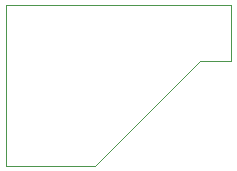
<source format=gbr>
%TF.GenerationSoftware,KiCad,Pcbnew,8.0.1*%
%TF.CreationDate,2024-08-05T21:00:00+12:00*%
%TF.ProjectId,QWIIC STM32 breakout,51574949-4320-4535-944d-333220627265,rev?*%
%TF.SameCoordinates,Original*%
%TF.FileFunction,Profile,NP*%
%FSLAX46Y46*%
G04 Gerber Fmt 4.6, Leading zero omitted, Abs format (unit mm)*
G04 Created by KiCad (PCBNEW 8.0.1) date 2024-08-05 21:00:00*
%MOMM*%
%LPD*%
G01*
G04 APERTURE LIST*
%TA.AperFunction,Profile*%
%ADD10C,0.100000*%
%TD*%
G04 APERTURE END LIST*
D10*
X183400000Y-108600000D02*
X180800000Y-108600000D01*
X171900000Y-117500000D01*
X164400000Y-117500000D01*
X164400000Y-103800000D01*
X183400000Y-103800000D01*
X183400000Y-108600000D01*
M02*

</source>
